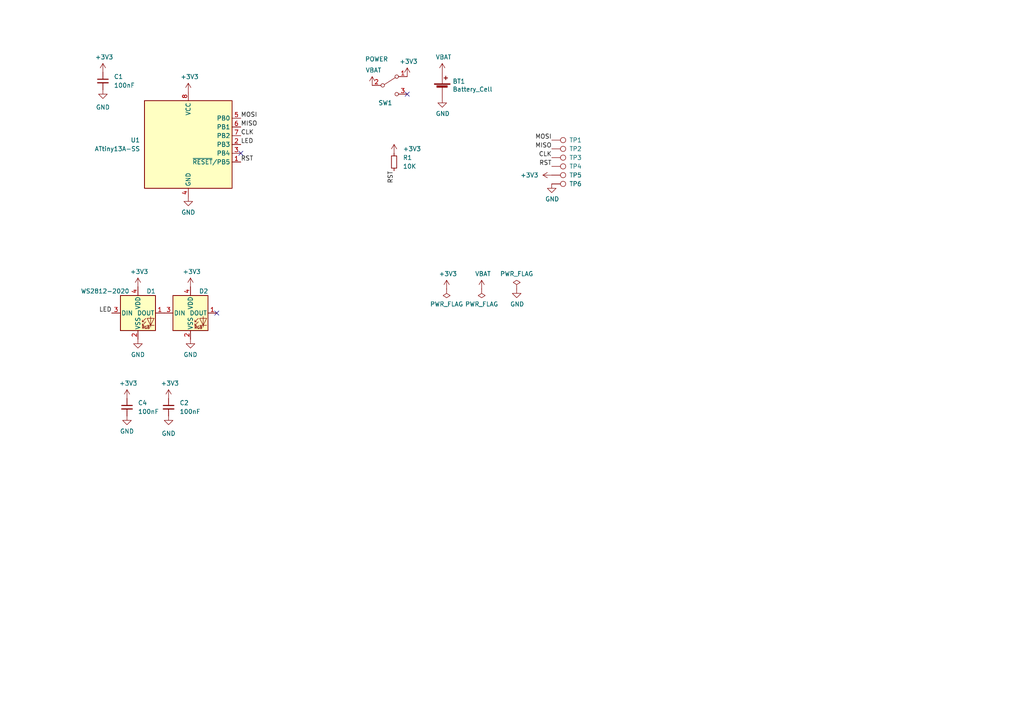
<source format=kicad_sch>
(kicad_sch (version 20211123) (generator eeschema)
  (paper "A4")
  (lib_symbols
    (symbol "Connector:TestPoint" (pin_numbers hide) (pin_names (offset 0.762) hide)
      (property "Reference" "TP" (at 0 6.858 0))
      (property "Value" "TestPoint" (at 0 5.08 0))
      (symbol "TestPoint_0_1"
        (circle (center 0 3.302) (radius 0.762))
      )
      (symbol "TestPoint_1_1"
        (pin passive line (at 0 0 90) (length 2.54) (name "1") (number "1"))
      )
    )
    (symbol "Device:Battery_Cell" (pin_numbers hide) (pin_names (offset 0) hide)
      (property "Reference" "BT" (at 2.54 2.54 0))
      (property "Value" "Battery_Cell" (at 2.54 0 0))
      (symbol "Battery_Cell_0_1"
        (rectangle (start -2.286 1.778) (end 2.286 1.524) (fill (type outline)))
        (rectangle (start -1.5748 1.1938) (end 1.4732 0.6858) (fill (type outline)))
        (polyline (pts (xy 0 0.762) (xy 0 0)))
        (polyline (pts (xy 0 1.778) (xy 0 2.54)))
        (polyline (pts (xy 0.508 3.429) (xy 1.524 3.429)) (stroke (width 0.254)))
        (polyline (pts (xy 1.016 3.937) (xy 1.016 2.921)) (stroke (width 0.254)))
      )
      (symbol "Battery_Cell_1_1"
        (pin passive line (at 0 5.08 270) (length 2.54) (name "+") (number "1"))
        (pin passive line (at 0 -2.54 90) (length 2.54) (name "-") (number "2"))
      )
    )
    (symbol "Device:C_Small" (pin_numbers hide) (pin_names (offset 0.254) hide)
      (property "Reference" "C" (at 0.254 1.778 0))
      (property "Value" "C_Small" (at 0.254 -2.032 0))
      (symbol "C_Small_0_1"
        (polyline (pts (xy -1.524 -0.508) (xy 1.524 -0.508)) (stroke (width 0.3302)))
        (polyline (pts (xy -1.524 0.508) (xy 1.524 0.508)) (stroke (width 0.3048)))
      )
      (symbol "C_Small_1_1"
        (pin passive line (at 0 2.54 270) (length 2.032) (name "~") (number "1"))
        (pin passive line (at 0 -2.54 90) (length 2.032) (name "~") (number "2"))
      )
    )
    (symbol "Device:R_Small" (pin_numbers hide) (pin_names (offset 0.254) hide)
      (property "Reference" "R" (at 0.762 0.508 0))
      (property "Value" "R_Small" (at 0.762 -1.016 0))
      (symbol "R_Small_0_1"
        (rectangle (start -0.762 1.778) (end 0.762 -1.778) (stroke (width 0.2032)))
      )
      (symbol "R_Small_1_1"
        (pin passive line (at 0 2.54 270) (length 0.762) (name "~") (number "1"))
        (pin passive line (at 0 -2.54 90) (length 0.762) (name "~") (number "2"))
      )
    )
    (symbol "MCU_Microchip_ATtiny:ATtiny13A-SS"
      (property "Reference" "U" (at -12.7 13.97 0))
      (property "Value" "ATtiny13A-SS" (at 2.54 -13.97 0))
      (symbol "ATtiny13A-SS_0_1"
        (rectangle (start -12.7 -12.7) (end 12.7 12.7) (stroke (width 0.254)) (fill (type background)))
      )
      (symbol "ATtiny13A-SS_1_1"
        (pin bidirectional line (at 15.24 -5.08 180) (length 2.54) (name "~{RESET}/PB5") (number "1"))
        (pin bidirectional line (at 15.24 0 180) (length 2.54) (name "PB3") (number "2"))
        (pin bidirectional line (at 15.24 -2.54 180) (length 2.54) (name "PB4") (number "3"))
        (pin power_in line (at 0 -15.24 90) (length 2.54) (name "GND") (number "4"))
        (pin bidirectional line (at 15.24 7.62 180) (length 2.54) (name "PB0") (number "5"))
        (pin bidirectional line (at 15.24 5.08 180) (length 2.54) (name "PB1") (number "6"))
        (pin bidirectional line (at 15.24 2.54 180) (length 2.54) (name "PB2") (number "7"))
        (pin power_in line (at 0 15.24 270) (length 2.54) (name "VCC") (number "8"))
      )
    )
    (symbol "Switch:SW_SPDT" (pin_names (offset 0) hide)
      (property "Reference" "SW" (at 0 4.318 0))
      (property "Value" "SW_SPDT" (at 0 -5.08 0))
      (symbol "SW_SPDT_0_0"
        (circle (center -2.032 0) (radius 0.508))
        (circle (center 2.032 -2.54) (radius 0.508))
      )
      (symbol "SW_SPDT_0_1"
        (polyline (pts (xy -1.524 0.254) (xy 1.651 2.286)))
        (circle (center 2.032 2.54) (radius 0.508))
      )
      (symbol "SW_SPDT_1_1"
        (pin passive line (at 5.08 2.54 180) (length 2.54) (name "A") (number "1"))
        (pin passive line (at -5.08 0 0) (length 2.54) (name "B") (number "2"))
        (pin passive line (at 5.08 -2.54 180) (length 2.54) (name "C") (number "3"))
      )
    )
    (symbol "man_badge-rescue:Vbat-spectre" (power) (pin_names (offset 0))
      (property "Value" "Vbat-spectre" (at 0 3.556 0))
      (symbol "Vbat-spectre_0_1"
        (polyline (pts (xy -0.762 1.27) (xy 0 2.54)))
        (polyline (pts (xy 0 0) (xy 0 2.54)))
        (polyline (pts (xy 0 2.54) (xy 0.762 1.27)))
      )
      (symbol "Vbat-spectre_1_1"
        (pin power_in line (at 0 0 90) (length 0) hide (name "VBAT") (number "1"))
      )
    )
    (symbol "power:+3.3V" (power) (pin_names (offset 0))
      (property "Value" "+3.3V" (at 0 3.556 0))
      (symbol "+3.3V_0_1"
        (polyline (pts (xy -0.762 1.27) (xy 0 2.54)))
        (polyline (pts (xy 0 0) (xy 0 2.54)))
        (polyline (pts (xy 0 2.54) (xy 0.762 1.27)))
      )
      (symbol "+3.3V_1_1"
        (pin power_in line (at 0 0 90) (length 0) hide (name "+3V3") (number "1"))
      )
    )
    (symbol "power:GND" (power) (pin_names (offset 0))
      (property "Value" "GND" (at 0 -3.81 0))
      (symbol "GND_0_1"
        (polyline (pts (xy 0 0) (xy 0 -1.27) (xy 1.27 -1.27) (xy 0 -2.54) (xy -1.27 -1.27) (xy 0 -1.27)))
      )
      (symbol "GND_1_1"
        (pin power_in line (at 0 0 270) (length 0) hide (name "GND") (number "1"))
      )
    )
    (symbol "power:PWR_FLAG" (power) (pin_numbers hide) (pin_names (offset 0) hide)
      (property "Value" "PWR_FLAG" (at 0 3.81 0))
      (symbol "PWR_FLAG_0_0"
        (pin power_out line (at 0 0 90) (length 0) (name "pwr") (number "1"))
      )
      (symbol "PWR_FLAG_0_1"
        (polyline (pts (xy 0 0) (xy 0 1.27) (xy -1.016 1.905) (xy 0 2.54) (xy 1.016 1.905) (xy 0 1.27)))
      )
    )
    (symbol "spectre:WS2812-2020" (pin_names (offset 0.254))
      (property "Reference" "D" (at 5.08 5.715 0))
      (property "Value" "WS2812-2020" (at 1.27 -5.715 0))
      (symbol "WS2812-2020_0_0"
        (text "RGB" (at 2.286 -4.191 0) (effects (font (size 0.762 0.762))))
      )
      (symbol "WS2812-2020_0_1"
        (polyline (pts (xy 1.27 -3.556) (xy 1.778 -3.556)))
        (polyline (pts (xy 1.27 -2.54) (xy 1.778 -2.54)))
        (polyline (pts (xy 4.699 -3.556) (xy 2.667 -3.556)))
        (polyline (pts (xy 2.286 -2.54) (xy 1.27 -3.556) (xy 1.27 -3.048)))
        (polyline (pts (xy 2.286 -1.524) (xy 1.27 -2.54) (xy 1.27 -2.032)))
        (polyline (pts (xy 3.683 -1.016) (xy 3.683 -3.556) (xy 3.683 -4.064)))
        (polyline (pts (xy 4.699 -1.524) (xy 2.667 -1.524) (xy 3.683 -3.556) (xy 4.699 -1.524)))
        (rectangle (start 5.08 5.08) (end -5.08 -5.08) (stroke (width 0.254)) (fill (type background)))
      )
      (symbol "WS2812-2020_1_1"
        (pin output line (at 7.62 0 180) (length 2.54) (name "DOUT") (number "1"))
        (pin power_in line (at 0 -7.62 90) (length 2.54) (name "VSS") (number "2"))
        (pin input line (at -7.62 0 0) (length 2.54) (name "DIN") (number "3"))
        (pin power_in line (at 0 7.62 270) (length 2.54) (name "VDD") (number "4"))
      )
    )
  )
  (no_connect (at 62.865 90.805))
  (no_connect (at 69.85 44.45))
  (no_connect (at 118.11 27.305))
  (label "RST" (at 160.02 48.26 180))
  (label "CLK" (at 160.02 45.72 180))
  (label "RST" (at 114.3 49.53 270))
  (label "MOSI" (at 160.02 40.64 180))
  (label "MISO" (at 160.02 43.18 180))
  (label "MISO" (at 69.85 36.83 0))
  (label "RST" (at 69.85 46.99 0))
  (label "LED" (at 32.385 90.805 180))
  (label "MOSI" (at 69.85 34.29 0))
  (label "LED" (at 69.85 41.91 0))
  (label "CLK" (at 69.85 39.37 0))
  (symbol (lib_id "Connector:TestPoint") (at 160.02 50.8 270) (unit 1)
    (property "Reference" "TP5" (at 165.1 50.8 90) (effects (justify left)))
    (property "Value" "TestPoint" (effects hide))
    (property "Footprint" "TestPoint:TestPoint_Pad_D1.0mm" (effects hide))
  )
  (symbol (lib_id "power:PWR_FLAG") (at 149.86 83.82 0) (unit 1)
    (property "Reference" "#FLG0102" (effects hide))
    (property "Value" "PWR_FLAG" (at 149.86 79.4258 0))
  )
  (symbol (lib_id "Device:C_Small") (at 29.845 23.495 0) (unit 1)
    (property "Reference" "C1" (at 33.02 22.2312 0) (effects (justify left)))
    (property "Value" "100nF" (at 33.02 24.7712 0) (effects (justify left)))
    (property "Footprint" "Capacitor_SMD:C_0603_1608Metric" (effects hide))
  )
  (symbol (lib_id "power:+3.3V") (at 54.61 26.67 0) (unit 1)
    (property "Reference" "#PWR0104" (effects hide))
    (property "Value" "+3.3V" (at 54.991 22.2758 0))
  )
  (symbol (lib_id "Device:C_Small") (at 48.895 118.11 0) (unit 1)
    (property "Reference" "C2" (at 52.07 116.8462 0) (effects (justify left)))
    (property "Value" "100nF" (at 52.07 119.3862 0) (effects (justify left)))
    (property "Footprint" "Capacitor_SMD:C_0603_1608Metric" (effects hide))
  )
  (symbol (lib_id "power:PWR_FLAG") (at 139.7 83.82 180) (unit 1)
    (property "Reference" "#FLG0101" (effects hide))
    (property "Value" "PWR_FLAG" (at 139.7 88.2142 0))
  )
  (symbol (lib_id "power:GND") (at 128.27 28.575 0) (unit 1)
    (property "Reference" "#PWR0116" (effects hide))
    (property "Value" "GND" (at 128.397 32.9692 0))
  )
  (symbol (lib_id "man_badge-rescue:Vbat-spectre") (at 128.27 20.955 0) (unit 1)
    (property "Reference" "#PWR0117" (effects hide))
    (property "Value" "Vbat" (at 128.651 16.5608 0))
  )
  (symbol (lib_id "power:GND") (at 160.02 53.34 0) (unit 1)
    (property "Reference" "#PWR0115" (effects hide))
    (property "Value" "GND" (at 160.147 57.7342 0))
  )
  (symbol (lib_id "Connector:TestPoint") (at 160.02 53.34 270) (unit 1)
    (property "Reference" "TP6" (at 165.1 53.34 90) (effects (justify left)))
    (property "Value" "TestPoint" (effects hide))
    (property "Footprint" "TestPoint:TestPoint_Pad_D1.0mm" (effects hide))
  )
  (symbol (lib_id "man_badge-rescue:Vbat-spectre") (at 107.95 24.765 0) (unit 1)
    (property "Reference" "#PWR0105" (effects hide))
    (property "Value" "Vbat" (at 108.331 20.3708 0))
  )
  (symbol (lib_id "Connector:TestPoint") (at 160.02 40.64 270) (unit 1)
    (property "Reference" "TP1" (at 165.1 40.64 90) (effects (justify left)))
    (property "Value" "TestPoint" (effects hide))
    (property "Footprint" "TestPoint:TestPoint_Pad_D1.0mm" (effects hide))
  )
  (symbol (lib_id "MCU_Microchip_ATtiny:ATtiny13A-SS") (at 54.61 41.91 0) (unit 1)
    (property "Reference" "U1" (at 40.64 40.6399 0) (effects (justify right)))
    (property "Value" "ATtiny13A-SS" (at 40.64 43.1799 0) (effects (justify right)))
    (property "Footprint" "Package_SO:SOIC-8_3.9x4.9mm_P1.27mm" (effects hide))
    (property "Datasheet" "http://ww1.microchip.com/downloads/en/DeviceDoc/doc8126.pdf" (effects hide))
  )
  (symbol (lib_id "power:+3.3V") (at 129.54 83.82 0) (unit 1)
    (property "Reference" "#PWR0121" (effects hide))
    (property "Value" "+3.3V" (at 129.921 79.4258 0))
  )
  (symbol (lib_id "Connector:TestPoint") (at 160.02 48.26 270) (unit 1)
    (property "Reference" "TP4" (at 165.1 48.26 90) (effects (justify left)))
    (property "Value" "TestPoint" (effects hide))
    (property "Footprint" "TestPoint:TestPoint_Pad_D1.0mm" (effects hide))
  )
  (symbol (lib_id "power:GND") (at 149.86 83.82 0) (unit 1)
    (property "Reference" "#PWR0120" (effects hide))
    (property "Value" "GND" (at 149.987 88.2142 0))
  )
  (symbol (lib_id "power:+3.3V") (at 160.02 50.8 90) (unit 1)
    (property "Reference" "#PWR0123" (effects hide))
    (property "Value" "+3.3V" (at 156.21 50.7999 90) (effects (justify left)))
  )
  (symbol (lib_id "power:GND") (at 48.895 120.65 0) (unit 1)
    (property "Reference" "#PWR0103" (effects hide))
    (property "Value" "GND" (at 48.895 125.73 0))
  )
  (symbol (lib_id "power:+3.3V") (at 36.83 115.57 0) (unit 1)
    (property "Reference" "#PWR0113" (effects hide))
    (property "Value" "+3.3V" (at 37.211 111.1758 0))
  )
  (symbol (lib_id "Connector:TestPoint") (at 160.02 45.72 270) (unit 1)
    (property "Reference" "TP3" (at 165.1 45.72 90) (effects (justify left)))
    (property "Value" "TestPoint" (effects hide))
    (property "Footprint" "TestPoint:TestPoint_Pad_D1.0mm" (effects hide))
  )
  (symbol (lib_id "power:+3.3V") (at 29.845 20.955 0) (unit 1)
    (property "Reference" "#PWR0114" (effects hide))
    (property "Value" "+3.3V" (at 30.226 16.5608 0))
  )
  (symbol (lib_id "power:+3.3V") (at 48.895 115.57 0) (unit 1)
    (property "Reference" "#PWR0111" (effects hide))
    (property "Value" "+3.3V" (at 49.276 111.1758 0))
  )
  (symbol (lib_id "power:PWR_FLAG") (at 129.54 83.82 180) (unit 1)
    (property "Reference" "#FLG0103" (effects hide))
    (property "Value" "PWR_FLAG" (at 129.54 88.2142 0))
  )
  (symbol (lib_id "Connector:TestPoint") (at 160.02 43.18 270) (unit 1)
    (property "Reference" "TP2" (at 165.1 43.18 90) (effects (justify left)))
    (property "Value" "TestPoint" (effects hide))
    (property "Footprint" "TestPoint:TestPoint_Pad_D1.0mm" (effects hide))
  )
  (symbol (lib_id "spectre:WS2812-2020") (at 40.005 90.805 0) (unit 1)
    (property "Reference" "D1" (at 43.815 84.455 0))
    (property "Value" "WS2812-2020" (at 30.48 84.455 0))
    (property "Footprint" "spectre:ws2812-2020_reverse" (effects hide))
    (property "Datasheet" "https://cdn-shop.adafruit.com/product-files/2686/SK6812MINI_REV.01-1-2.pdf" (effects hide))
  )
  (symbol (lib_id "Switch:SW_SPDT") (at 113.03 24.765 0) (unit 1)
    (property "Reference" "SW1" (at 111.76 29.845 0))
    (property "Value" "POWER" (at 109.22 17.145 0))
    (property "Footprint" "Button_Switch_SMD:SW_SPDT_PCM12" (effects hide))
    (property "LCSC" "C319019" (effects hide))
    (property "Price" "€0.0535" (effects hide))
  )
  (symbol (lib_id "Device:R_Small") (at 114.3 46.99 0) (unit 1)
    (property "Reference" "R1" (at 116.84 45.7199 0) (effects (justify left)))
    (property "Value" "10K" (at 116.84 48.2599 0) (effects (justify left)))
    (property "Footprint" "Resistor_SMD:R_0603_1608Metric" (effects hide))
  )
  (symbol (lib_id "man_badge-rescue:Vbat-spectre") (at 139.7 83.82 0) (unit 1)
    (property "Reference" "#PWR0122" (effects hide))
    (property "Value" "Vbat" (at 140.081 79.4258 0))
  )
  (symbol (lib_id "power:GND") (at 29.845 26.035 0) (unit 1)
    (property "Reference" "#PWR0106" (effects hide))
    (property "Value" "GND" (at 29.845 31.115 0))
  )
  (symbol (lib_id "power:GND") (at 54.61 57.15 0) (unit 1)
    (property "Reference" "#PWR0101" (effects hide))
    (property "Value" "GND" (at 54.61 61.595 0))
  )
  (symbol (lib_id "Device:Battery_Cell") (at 128.27 26.035 0) (unit 1)
    (property "Reference" "BT1" (at 131.2672 23.5966 0) (effects (justify left)))
    (property "Value" "Battery_Cell" (at 131.2672 25.908 0) (effects (justify left)))
    (property "Footprint" "Battery:BatteryHolder_Keystone_1058_1x2032" (effects hide))
    (property "LCSC" "C70377" (effects hide))
    (property "Price" "€0.122" (effects hide))
  )
  (symbol (lib_id "power:+3.3V") (at 40.005 83.185 0) (unit 1)
    (property "Reference" "#PWR0110" (effects hide))
    (property "Value" "+3.3V" (at 40.386 78.7908 0))
  )
  (symbol (lib_id "power:GND") (at 40.005 98.425 0) (unit 1)
    (property "Reference" "#PWR0107" (effects hide))
    (property "Value" "GND" (at 40.005 102.87 0))
  )
  (symbol (lib_id "power:GND") (at 36.83 120.65 0) (unit 1)
    (property "Reference" "#PWR0102" (effects hide))
    (property "Value" "GND" (at 36.83 125.095 0))
  )
  (symbol (lib_id "power:+3.3V") (at 55.245 83.185 0) (unit 1)
    (property "Reference" "#PWR0108" (effects hide))
    (property "Value" "+3.3V" (at 55.626 78.7908 0))
  )
  (symbol (lib_id "power:+3.3V") (at 114.3 44.45 0) (unit 1)
    (property "Reference" "#PWR0118" (effects hide))
    (property "Value" "+3.3V" (at 116.84 43.1799 0) (effects (justify left)))
  )
  (symbol (lib_id "Device:C_Small") (at 36.83 118.11 0) (unit 1)
    (property "Reference" "C4" (at 40.005 116.8462 0) (effects (justify left)))
    (property "Value" "100nF" (at 40.005 119.3862 0) (effects (justify left)))
    (property "Footprint" "Capacitor_SMD:C_0603_1608Metric" (effects hide))
  )
  (symbol (lib_id "spectre:WS2812-2020") (at 55.245 90.805 0) (unit 1)
    (property "Reference" "D2" (at 59.055 84.455 0))
    (property "Value" "WS2812-2020" (effects hide))
    (property "Footprint" "spectre:ws2812-2020_reverse" (effects hide))
    (property "Datasheet" "https://cdn-shop.adafruit.com/product-files/2686/SK6812MINI_REV.01-1-2.pdf" (effects hide))
  )
  (symbol (lib_id "power:GND") (at 55.245 98.425 0) (unit 1)
    (property "Reference" "#PWR0109" (effects hide))
    (property "Value" "GND" (at 55.245 102.87 0))
  )
  (symbol (lib_id "power:+3.3V") (at 118.11 22.225 0) (unit 1)
    (property "Reference" "#PWR0112" (effects hide))
    (property "Value" "+3.3V" (at 118.491 17.8308 0))
  )
)
</source>
